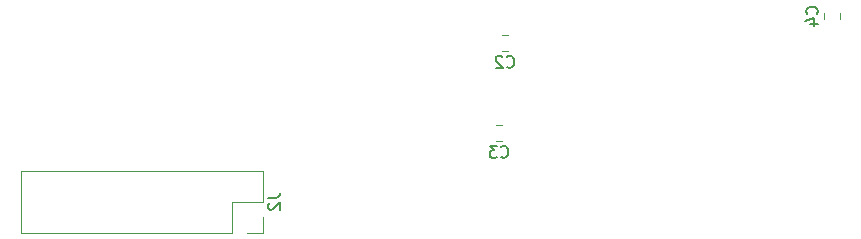
<source format=gbr>
G04 #@! TF.GenerationSoftware,KiCad,Pcbnew,(5.1.5-0-10_14)*
G04 #@! TF.CreationDate,2020-04-06T11:58:05+02:00*
G04 #@! TF.ProjectId,MSX USB Drive,4d535820-5553-4422-9044-726976652e6b,rev?*
G04 #@! TF.SameCoordinates,Original*
G04 #@! TF.FileFunction,Legend,Bot*
G04 #@! TF.FilePolarity,Positive*
%FSLAX46Y46*%
G04 Gerber Fmt 4.6, Leading zero omitted, Abs format (unit mm)*
G04 Created by KiCad (PCBNEW (5.1.5-0-10_14)) date 2020-04-06 11:58:05*
%MOMM*%
%LPD*%
G04 APERTURE LIST*
%ADD10C,0.120000*%
%ADD11C,0.150000*%
G04 APERTURE END LIST*
D10*
X604460000Y685994000D02*
X604460000Y691194000D01*
X622300000Y685994000D02*
X604460000Y685994000D01*
X624900000Y691194000D02*
X604460000Y691194000D01*
X622300000Y685994000D02*
X622300000Y688594000D01*
X622300000Y688594000D02*
X624900000Y688594000D01*
X624900000Y688594000D02*
X624900000Y691194000D01*
X623570000Y685994000D02*
X624900000Y685994000D01*
X624900000Y685994000D02*
X624900000Y687324000D01*
X645143748Y701346000D02*
X645666252Y701346000D01*
X645143748Y702766000D02*
X645666252Y702766000D01*
X644653748Y695146000D02*
X645176252Y695146000D01*
X644653748Y693726000D02*
X645176252Y693726000D01*
X672390000Y704603252D02*
X672390000Y704080748D01*
X673810000Y704603252D02*
X673810000Y704080748D01*
D11*
X625352380Y688927333D02*
X626066666Y688927333D01*
X626209523Y688974952D01*
X626304761Y689070190D01*
X626352380Y689213047D01*
X626352380Y689308285D01*
X625447619Y688498761D02*
X625400000Y688451142D01*
X625352380Y688355904D01*
X625352380Y688117809D01*
X625400000Y688022571D01*
X625447619Y687974952D01*
X625542857Y687927333D01*
X625638095Y687927333D01*
X625780952Y687974952D01*
X626352380Y688546380D01*
X626352380Y687927333D01*
X645571666Y700048857D02*
X645619285Y700001238D01*
X645762142Y699953619D01*
X645857380Y699953619D01*
X646000238Y700001238D01*
X646095476Y700096476D01*
X646143095Y700191714D01*
X646190714Y700382190D01*
X646190714Y700525047D01*
X646143095Y700715523D01*
X646095476Y700810761D01*
X646000238Y700906000D01*
X645857380Y700953619D01*
X645762142Y700953619D01*
X645619285Y700906000D01*
X645571666Y700858380D01*
X645190714Y700858380D02*
X645143095Y700906000D01*
X645047857Y700953619D01*
X644809761Y700953619D01*
X644714523Y700906000D01*
X644666904Y700858380D01*
X644619285Y700763142D01*
X644619285Y700667904D01*
X644666904Y700525047D01*
X645238333Y699953619D01*
X644619285Y699953619D01*
X645081666Y692428857D02*
X645129285Y692381238D01*
X645272142Y692333619D01*
X645367380Y692333619D01*
X645510238Y692381238D01*
X645605476Y692476476D01*
X645653095Y692571714D01*
X645700714Y692762190D01*
X645700714Y692905047D01*
X645653095Y693095523D01*
X645605476Y693190761D01*
X645510238Y693286000D01*
X645367380Y693333619D01*
X645272142Y693333619D01*
X645129285Y693286000D01*
X645081666Y693238380D01*
X644748333Y693333619D02*
X644129285Y693333619D01*
X644462619Y692952666D01*
X644319761Y692952666D01*
X644224523Y692905047D01*
X644176904Y692857428D01*
X644129285Y692762190D01*
X644129285Y692524095D01*
X644176904Y692428857D01*
X644224523Y692381238D01*
X644319761Y692333619D01*
X644605476Y692333619D01*
X644700714Y692381238D01*
X644748333Y692428857D01*
X671807142Y704508666D02*
X671854761Y704556285D01*
X671902380Y704699142D01*
X671902380Y704794380D01*
X671854761Y704937238D01*
X671759523Y705032476D01*
X671664285Y705080095D01*
X671473809Y705127714D01*
X671330952Y705127714D01*
X671140476Y705080095D01*
X671045238Y705032476D01*
X670950000Y704937238D01*
X670902380Y704794380D01*
X670902380Y704699142D01*
X670950000Y704556285D01*
X670997619Y704508666D01*
X671235714Y703651523D02*
X671902380Y703651523D01*
X670854761Y703889619D02*
X671569047Y704127714D01*
X671569047Y703508666D01*
M02*

</source>
